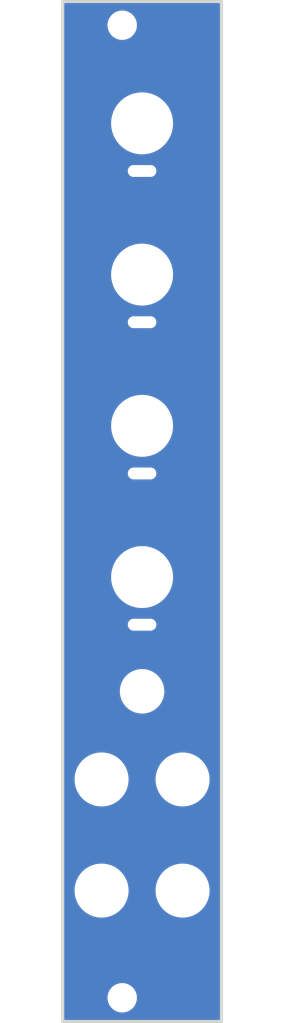
<source format=kicad_pcb>
(kicad_pcb (version 20211014) (generator pcbnew)
  (title_block (title "Front Panel for Eurorack Mixer1 Module") (date "2022-11-15") (rev "1.0") (company "Len Popp") (comment 1 "Copyright © 2022 Len Popp CC BY") (comment 2 "4 HP - Holes match Delptronics panels") (comment 3 "NOTE: Holes only. No pads or tracks."))
  (layers (0 "F.Cu" signal) (31 "B.Cu" signal) (34 "B.Paste" user) (35 "F.Paste" user) (36 "B.SilkS" user "B.Silkscreen") (37 "F.SilkS" user "F.Silkscreen") (38 "B.Mask" user) (39 "F.Mask" user) (44 "Edge.Cuts" user))
  (net 0 "")
  (footprint "-lmp-holes:MountingHole_Pot_Alpha" (layer "F.Cu") (at 150 45.36)
    (fp_text reference "REF**" hide)
    (fp_text value "MountingHole_Pot_Alpha")
    (pad "" np_thru_hole oval locked (at 0 6) (size 3.1 1) (drill oval 3.1 1) (layers F&B.Cu *.Mask))
    (pad "" np_thru_hole circle locked (at 0 0) (size 7.3 7.3) (drill 7.3) (layers *.Cu *.Mask))
  )
  (footprint "-lmp-holes:MountingHole_Panel_3.2mm_M3" (layer "F.Cu") (at 147.5 33)
    (fp_text reference "REF**" hide)
    (fp_text value "MountingHole_Panel_3.2mm_M3")
    (pad "" np_thru_hole circle locked (at 0 0) (size 3.2 3.2) (drill 3.2) (layers *.Cu *.Mask))
  )
  (footprint "-lmp-holes:MountingHole_Panel_3.2mm_M3" (layer "F.Cu") (at 147.5 155.5)
    (fp_text reference "REF**" hide)
    (fp_text value "MountingHole_Panel_3.2mm_M3")
    (pad "" np_thru_hole circle locked (at 0 0) (size 3.2 3.2) (drill 3.2) (layers *.Cu *.Mask))
  )
  (footprint "-lmp-holes:MountingHole_Pot_Alpha" (layer "F.Cu") (at 150 102.51)
    (fp_text reference "REF**" hide)
    (fp_text value "MountingHole_Pot_Alpha")
    (pad "" np_thru_hole oval (at 0 6) (size 3.1 1) (drill oval 3.1 1) (layers F&B.Cu *.Mask))
    (pad "" np_thru_hole circle (at 0 0) (size 7.3 7.3) (drill 7.3) (layers *.Cu *.Mask))
  )
  (footprint "-lmp-holes:MountingHole_LED_5mm" (layer "F.Cu") (at 150 116.9)
    (fp_text reference "REF**" hide)
    (fp_text value "MountingHole_LED_5mm")
    (pad "" np_thru_hole circle locked (at 0 0) (size 5.1 5.1) (drill 5.1) (layers F&B.Cu *.Mask))
  )
  (footprint "-lmp-holes:MountingHole_Jack_3.5mm_PJ398" (layer "F.Cu") (at 144.9 128)
    (fp_text reference "REF**" hide)
    (fp_text value "MountingHole_Jack_3.5mm_PJ398")
    (pad "" np_thru_hole circle locked (at 0 0) (size 6.3 6.3) (drill 6.3) (layers *.Cu *.Mask))
  )
  (footprint "-lmp-holes:MountingHole_Jack_3.5mm_PJ398" (layer "F.Cu") (at 155.1 128)
    (fp_text reference "REF**" hide)
    (fp_text value "MountingHole_Jack_3.5mm_PJ398")
    (pad "" np_thru_hole circle locked (at 0 0) (size 6.3 6.3) (drill 6.3) (layers *.Cu *.Mask))
  )
  (footprint "-lmp-holes:MountingHole_Jack_3.5mm_PJ398" (layer "F.Cu") (at 155.1 142)
    (fp_text reference "REF**" hide)
    (fp_text value "MountingHole_Jack_3.5mm_PJ398")
    (pad "" np_thru_hole circle locked (at 0 0) (size 6.3 6.3) (drill 6.3) (layers *.Cu *.Mask))
  )
  (footprint "-lmp-holes:MountingHole_Pot_Alpha" (layer "F.Cu") (at 150 83.46)
    (fp_text reference "REF**" hide)
    (fp_text value "MountingHole_Pot_Alpha")
    (pad "" np_thru_hole circle (at 0 0) (size 7.3 7.3) (drill 7.3) (layers *.Cu *.Mask))
    (pad "" np_thru_hole oval (at 0 6) (size 3.1 1) (drill oval 3.1 1) (layers F&B.Cu *.Mask))
  )
  (footprint "-lmp-holes:MountingHole_Jack_3.5mm_PJ398" (layer "F.Cu") (at 144.9 142)
    (fp_text reference "REF**" hide)
    (fp_text value "MountingHole_Jack_3.5mm_PJ398")
    (pad "" np_thru_hole circle locked (at 0 0) (size 6.3 6.3) (drill 6.3) (layers *.Cu *.Mask))
  )
  (footprint "-lmp-holes:MountingHole_Pot_Alpha" (layer "F.Cu") (at 150 64.41)
    (fp_text reference "REF**" hide)
    (fp_text value "MountingHole_Pot_Alpha")
    (pad "" np_thru_hole oval (at 0 6) (size 3.1 1) (drill oval 3.1 1) (layers F&B.Cu *.Mask))
    (pad "" np_thru_hole circle (at 0 0) (size 7.3 7.3) (drill 7.3) (layers *.Cu *.Mask))
  )
  (gr_line (start 160 158.5) (end 140 158.5) (layer "Edge.Cuts") (width 0.3556))
  (gr_line (start 140 158.5) (end 140 30) (layer "Edge.Cuts") (width 0.3556))
  (gr_line (start 160 30) (end 160 158.5) (layer "Edge.Cuts") (width 0.3556))
  (gr_line (start 140 30) (end 160 30) (layer "Edge.Cuts") (width 0.3556))
  (zone (net 0) (net_name "") (layers F&B.Cu) (connect_pads (clearance 0.2032)) (min_thickness 0.2032) (fill yes (thermal_gap 0.508) (thermal_bridge_width 0.508))
    (polygon (pts (xy 160.1 158.6) (xy 139.9 158.6) (xy 139.9 29.9) (xy 160.1 29.9)))
  )
)
</source>
